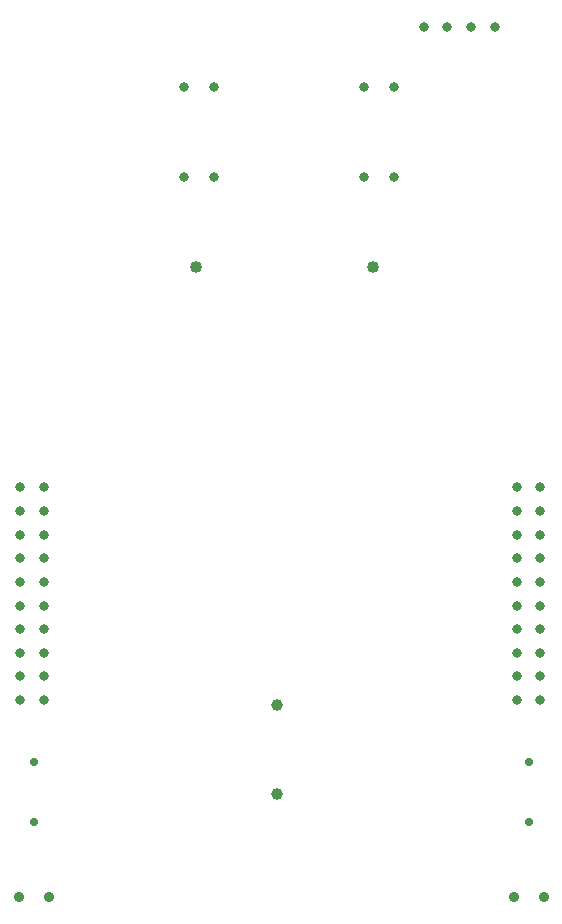
<source format=gbr>
%TF.GenerationSoftware,KiCad,Pcbnew,5.1.5+dfsg1-2build2*%
%TF.CreationDate,2021-11-16T19:48:49-04:00*%
%TF.ProjectId,prototyping_backplane,70726f74-6f74-4797-9069-6e675f626163,rev?*%
%TF.SameCoordinates,Original*%
%TF.FileFunction,Plated,1,2,PTH,Drill*%
%TF.FilePolarity,Positive*%
%FSLAX46Y46*%
G04 Gerber Fmt 4.6, Leading zero omitted, Abs format (unit mm)*
G04 Created by KiCad (PCBNEW 5.1.5+dfsg1-2build2) date 2021-11-16 19:48:49*
%MOMM*%
%LPD*%
G04 APERTURE LIST*
%TA.AperFunction,ComponentDrill*%
%ADD10C,0.700000*%
%TD*%
%TA.AperFunction,ComponentDrill*%
%ADD11C,0.800000*%
%TD*%
%TA.AperFunction,ComponentDrill*%
%ADD12C,0.900000*%
%TD*%
%TA.AperFunction,ComponentDrill*%
%ADD13C,1.000000*%
%TD*%
%TA.AperFunction,ComponentDrill*%
%ADD14C,1.020000*%
%TD*%
G04 APERTURE END LIST*
D10*
%TO.C,R3*%
X158750000Y-111760000D03*
X158750000Y-116840000D03*
%TO.C,R2*%
X200660000Y-111760000D03*
X200660000Y-116840000D03*
D11*
%TO.C,SW2*%
X186690000Y-54610000D03*
X186690000Y-62230000D03*
X189230000Y-54610000D03*
X189230000Y-62230000D03*
%TO.C,J2*%
X199630000Y-88540000D03*
X199630000Y-90540000D03*
X199630000Y-92540000D03*
X199630000Y-94540000D03*
X199630000Y-96540000D03*
X199630000Y-98540000D03*
X199630000Y-100540000D03*
X199630000Y-102540000D03*
X199630000Y-104540000D03*
X199630000Y-106540000D03*
X201630000Y-88540000D03*
X201630000Y-90540000D03*
X201630000Y-92540000D03*
X201630000Y-94540000D03*
X201630000Y-96540000D03*
X201630000Y-98540000D03*
X201630000Y-100540000D03*
X201630000Y-102540000D03*
X201630000Y-104540000D03*
X201630000Y-106540000D03*
%TO.C,J3*%
X191770000Y-49530000D03*
X193770000Y-49530000D03*
X195770000Y-49530000D03*
X197770000Y-49530000D03*
%TO.C,J1*%
X157630000Y-88540000D03*
X157630000Y-90540000D03*
X157630000Y-92540000D03*
X157630000Y-94540000D03*
X157630000Y-96540000D03*
X157630000Y-98540000D03*
X157630000Y-100540000D03*
X157630000Y-102540000D03*
X157630000Y-104540000D03*
X157630000Y-106540000D03*
X159630000Y-88540000D03*
X159630000Y-90540000D03*
X159630000Y-92540000D03*
X159630000Y-94540000D03*
X159630000Y-96540000D03*
X159630000Y-98540000D03*
X159630000Y-100540000D03*
X159630000Y-102540000D03*
X159630000Y-104540000D03*
X159630000Y-106540000D03*
%TO.C,SW1*%
X171450000Y-54610000D03*
X171450000Y-62230000D03*
X173990000Y-54610000D03*
X173990000Y-62230000D03*
D12*
%TO.C,D1*%
X199390000Y-123190000D03*
X201930000Y-123190000D03*
%TO.C,D2*%
X157480000Y-123190000D03*
X160020000Y-123190000D03*
D13*
%TO.C,LS1*%
X179340000Y-106920000D03*
X179340000Y-114520000D03*
D14*
%TO.C,BT1*%
X172450000Y-69850000D03*
X187440000Y-69850000D03*
M02*

</source>
